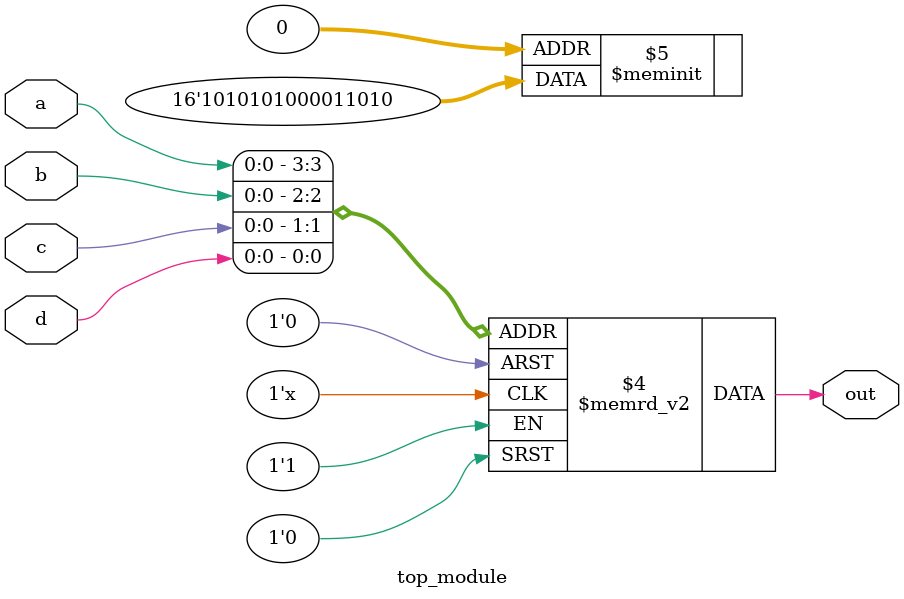
<source format=sv>
module top_module (
	input a, 
	input b,
	input c,
	input d,
	output reg out
);

always @(a or b or c or d)
  begin
    case ({a,b,c,d})
      4'b0000: out = 1'b0;
      4'b0001: out = 1'b1;
      4'b0010: out = 1'b0;
      4'b0011: out = 1'b1;
      4'b0100: out = 1'b1;
      4'b0101: out = 1'b0;
      4'b0110: out = 1'b0;
      4'b0111: out = 1'b0;
      4'b1000: out = 1'b0;
      4'b1001: out = 1'b1;
      4'b1010: out = 1'b0;
      4'b1011: out = 1'b1;
      4'b1100: out = 1'b0;
      4'b1101: out = 1'b1;
      4'b1110: out = 1'b0;
      4'b1111: out = 1'b1;
      default: out = 1'b0;
    endcase
  end
  
endmodule

</source>
